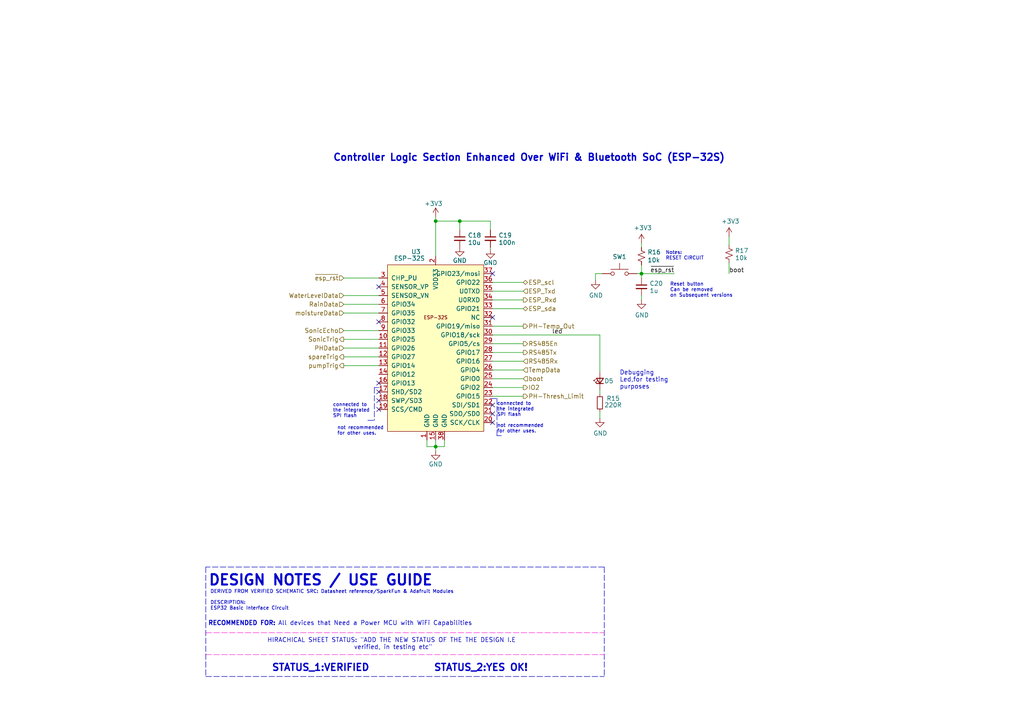
<source format=kicad_sch>
(kicad_sch (version 20211123) (generator eeschema)
  (paper "A4")
  (title_block (title "MKULIMA IOT DEVICE") (date "2022-10-26") (rev "v01") (comment 1 "Checked By: ") (comment 2 "Designed By: ") (comment 3 "Project Lead: Peter Kirumba") (comment 4 "MKULIMA IOT DEVICE"))
  (lib_symbols
    (symbol "Device:C_Small" (pin_numbers hide) (pin_names (offset 0.254) hide)
      (property "Reference" "C" (at 0.254 1.778 0))
      (property "Value" "C_Small" (at 0.254 -2.032 0))
      (symbol "C_Small_0_1"
        (polyline (pts (xy -1.524 -0.508) (xy 1.524 -0.508)) (stroke (width 0.3302)))
        (polyline (pts (xy -1.524 0.508) (xy 1.524 0.508)) (stroke (width 0.3048)))
      )
      (symbol "C_Small_1_1"
        (pin passive line (at 0 2.54 270) (length 2.032) (name "~") (number "1"))
        (pin passive line (at 0 -2.54 90) (length 2.032) (name "~") (number "2"))
      )
    )
    (symbol "Device:LED_Small" (pin_numbers hide) (pin_names (offset 0.254) hide)
      (property "Reference" "D" (at -1.27 3.175 0))
      (property "Value" "LED_Small" (at -4.445 -2.54 0))
      (symbol "LED_Small_0_1"
        (polyline (pts (xy -0.762 -1.016) (xy -0.762 1.016)) (stroke (width 0.254)))
        (polyline (pts (xy 1.016 0) (xy -0.762 0)))
        (polyline (pts (xy 0.762 -1.016) (xy -0.762 0) (xy 0.762 1.016) (xy 0.762 -1.016)) (stroke (width 0.254)))
        (polyline (pts (xy 0 0.762) (xy -0.508 1.27) (xy -0.254 1.27) (xy -0.508 1.27) (xy -0.508 1.016)))
        (polyline (pts (xy 0.508 1.27) (xy 0 1.778) (xy 0.254 1.778) (xy 0 1.778) (xy 0 1.524)))
      )
      (symbol "LED_Small_1_1"
        (pin passive line (at -2.54 0 0) (length 1.778) (name "K") (number "1"))
        (pin passive line (at 2.54 0 180) (length 1.778) (name "A") (number "2"))
      )
    )
    (symbol "Device:R_Small" (pin_numbers hide) (pin_names (offset 0.254) hide)
      (property "Reference" "R" (at 0.762 0.508 0))
      (property "Value" "R_Small" (at 0.762 -1.016 0))
      (symbol "R_Small_0_1"
        (rectangle (start -0.762 1.778) (end 0.762 -1.778) (stroke (width 0.2032)))
      )
      (symbol "R_Small_1_1"
        (pin passive line (at 0 2.54 270) (length 0.762) (name "~") (number "1"))
        (pin passive line (at 0 -2.54 90) (length 0.762) (name "~") (number "2"))
      )
    )
    (symbol "Device:R_Small_US" (pin_numbers hide) (pin_names (offset 0.254) hide)
      (property "Reference" "R" (at 0.762 0.508 0))
      (property "Value" "R_Small_US" (at 0.762 -1.016 0))
      (symbol "R_Small_US_1_1"
        (polyline (pts (xy 0 0) (xy 1.016 -0.381) (xy 0 -0.762) (xy -1.016 -1.143) (xy 0 -1.524)))
        (polyline (pts (xy 0 1.524) (xy 1.016 1.143) (xy 0 0.762) (xy -1.016 0.381) (xy 0 0)))
        (pin passive line (at 0 2.54 270) (length 1.016) (name "~") (number "1"))
        (pin passive line (at 0 -2.54 90) (length 1.016) (name "~") (number "2"))
      )
    )
    (symbol "fridgeduino-rescue:+3V3-power" (power) (pin_names (offset 0))
      (property "Value" "+3V3-power" (at 0 3.556 0))
      (symbol "+3V3-power_0_1"
        (polyline (pts (xy -0.762 1.27) (xy 0 2.54)))
        (polyline (pts (xy 0 0) (xy 0 2.54)))
        (polyline (pts (xy 0 2.54) (xy 0.762 1.27)))
      )
      (symbol "+3V3-power_1_1"
        (pin power_in line (at 0 0 90) (length 0) hide (name "+3V3") (number "1"))
      )
    )
    (symbol "fridgeduino-rescue:GND-power" (power) (pin_names (offset 0))
      (property "Value" "GND-power" (at 0 -3.81 0))
      (symbol "GND-power_0_1"
        (polyline (pts (xy 0 0) (xy 0 -1.27) (xy 1.27 -1.27) (xy 0 -2.54) (xy -1.27 -1.27) (xy 0 -1.27)))
      )
      (symbol "GND-power_1_1"
        (pin power_in line (at 0 0 270) (length 0) hide (name "GND") (number "1"))
      )
    )
    (symbol "fridgeduino-rescue:R_Small_US-Device" (pin_numbers hide) (pin_names (offset 0.254) hide)
      (property "Reference" "R" (at 0.762 0.508 0))
      (property "Value" "R_Small_US-Device" (at 0.762 -1.016 0))
      (symbol "R_Small_US-Device_1_1"
        (polyline (pts (xy 0 0) (xy 1.016 -0.381) (xy 0 -0.762) (xy -1.016 -1.143) (xy 0 -1.524)))
        (polyline (pts (xy 0 1.524) (xy 1.016 1.143) (xy 0 0.762) (xy -1.016 0.381) (xy 0 0)))
        (pin passive line (at 0 2.54 270) (length 1.016) (name "~") (number "1"))
        (pin passive line (at 0 -2.54 90) (length 1.016) (name "~") (number "2"))
      )
    )
    (symbol "fridgeduino-rescue:SW_Push-Switch" (pin_numbers hide) (pin_names (offset 1.016) hide)
      (property "Reference" "SW" (at 1.27 2.54 0))
      (property "Value" "SW_Push-Switch" (at 0 -1.524 0))
      (symbol "SW_Push-Switch_0_1"
        (circle (center -2.032 0) (radius 0.508))
        (polyline (pts (xy 0 1.27) (xy 0 3.048)))
        (polyline (pts (xy 2.54 1.27) (xy -2.54 1.27)))
        (circle (center 2.032 0) (radius 0.508))
        (pin passive line (at -5.08 0 0) (length 2.54) (name "1") (number "1"))
        (pin passive line (at 5.08 0 180) (length 2.54) (name "2") (number "2"))
      )
    )
    (symbol "power:+3V3" (power) (pin_names (offset 0))
      (property "Value" "+3V3" (at 0 3.556 0))
      (symbol "+3V3_0_1"
        (polyline (pts (xy -0.762 1.27) (xy 0 2.54)))
        (polyline (pts (xy 0 0) (xy 0 2.54)))
        (polyline (pts (xy 0 2.54) (xy 0.762 1.27)))
      )
      (symbol "+3V3_1_1"
        (pin power_in line (at 0 0 90) (length 0) hide (name "+3V3") (number "1"))
      )
    )
    (symbol "power:GND" (power) (pin_names (offset 0))
      (property "Value" "GND" (at 0 -3.81 0))
      (symbol "GND_0_1"
        (polyline (pts (xy 0 0) (xy 0 -1.27) (xy 1.27 -1.27) (xy 0 -2.54) (xy -1.27 -1.27) (xy 0 -1.27)))
      )
      (symbol "GND_1_1"
        (pin power_in line (at 0 0 270) (length 0) hide (name "GND") (number "1"))
      )
    )
    (symbol "usb_evda_hubX_v06-rescue:ESP-32S-GCL_Integrated-Circuits" (pin_names (offset 1.016))
      (property "Reference" "U" (at -10.16 16.51 0))
      (property "Value" "ESP-32S-GCL_Integrated-Circuits" (at -10.16 19.05 0))
      (symbol "ESP-32S-GCL_Integrated-Circuits_0_0"
        (text "ESP-32S" (at 0 0 0) (effects (font (size 0.9906 0.9906))))
      )
      (symbol "ESP-32S-GCL_Integrated-Circuits_0_1"
        (rectangle (start -13.97 15.24) (end 13.97 -33.02) (fill (type background)))
      )
      (symbol "ESP-32S-GCL_Integrated-Circuits_1_1"
        (pin input line (at -2.54 -35.56 90) (length 2.54) (name "GND") (number "1"))
        (pin input line (at -16.51 -6.35 0) (length 2.54) (name "GPIO25") (number "10"))
        (pin input line (at -16.51 -8.89 0) (length 2.54) (name "GPIO26") (number "11"))
        (pin input line (at -16.51 -11.43 0) (length 2.54) (name "GPIO27") (number "12"))
        (pin input line (at -16.51 -13.97 0) (length 2.54) (name "GPIO14") (number "13"))
        (pin input line (at -16.51 -16.51 0) (length 2.54) (name "GPIO12") (number "14"))
        (pin input line (at 0 -35.56 90) (length 2.54) (name "GND") (number "15"))
        (pin input line (at -16.51 -19.05 0) (length 2.54) (name "GPIO13") (number "16"))
        (pin input line (at -16.51 -21.59 0) (length 2.54) (name "SHD/SD2") (number "17"))
        (pin input line (at -16.51 -24.13 0) (length 2.54) (name "SWP/SD3") (number "18"))
        (pin input line (at -16.51 -26.67 0) (length 2.54) (name "SCS/CMD") (number "19"))
        (pin input line (at 0 17.78 270) (length 2.54) (name "VDD33") (number "2"))
        (pin input line (at 16.51 -30.48 180) (length 2.54) (name "SCK/CLK") (number "20"))
        (pin input line (at 16.51 -27.94 180) (length 2.54) (name "SDO/SD0") (number "21"))
        (pin input line (at 16.51 -25.4 180) (length 2.54) (name "SDI/SD1") (number "22"))
        (pin input line (at 16.51 -22.86 180) (length 2.54) (name "GPIO15") (number "23"))
        (pin input line (at 16.51 -20.32 180) (length 2.54) (name "GPIO2") (number "24"))
        (pin input line (at 16.51 -17.78 180) (length 2.54) (name "GPIO0") (number "25"))
        (pin input line (at 16.51 -15.24 180) (length 2.54) (name "GPIO4") (number "26"))
        (pin input line (at 16.51 -12.7 180) (length 2.54) (name "GPIO16") (number "27"))
        (pin input line (at 16.51 -10.16 180) (length 2.54) (name "GPIO17") (number "28"))
        (pin input line (at 16.51 -7.62 180) (length 2.54) (name "GPIO5/cs") (number "29"))
        (pin input line (at -16.51 11.43 0) (length 2.54) (name "CHP_PU") (number "3"))
        (pin input line (at 16.51 -5.08 180) (length 2.54) (name "GPIO18/sck") (number "30"))
        (pin input line (at 16.51 -2.54 180) (length 2.54) (name "GPIO19/miso") (number "31"))
        (pin input line (at 16.51 0 180) (length 2.54) (name "NC") (number "32"))
        (pin input line (at 16.51 2.54 180) (length 2.54) (name "GPIO21") (number "33"))
        (pin input line (at 16.51 5.08 180) (length 2.54) (name "U0RXD") (number "34"))
        (pin input line (at 16.51 7.62 180) (length 2.54) (name "U0TXD") (number "35"))
        (pin input line (at 16.51 10.16 180) (length 2.54) (name "GPIO22") (number "36"))
        (pin input line (at 16.51 12.7 180) (length 2.54) (name "GPIO23/mosi") (number "37"))
        (pin input line (at 2.54 -35.56 90) (length 2.54) (name "GND") (number "38"))
        (pin input line (at 2.54 -35.56 90) (length 2.54) hide (name "GND") (number "39"))
        (pin input line (at -16.51 8.89 0) (length 2.54) (name "SENSOR_VP") (number "4"))
        (pin input line (at -16.51 6.35 0) (length 2.54) (name "SENSOR_VN") (number "5"))
        (pin input line (at -16.51 3.81 0) (length 2.54) (name "GPIO34") (number "6"))
        (pin input line (at -16.51 1.27 0) (length 2.54) (name "GPIO35") (number "7"))
        (pin input line (at -16.51 -1.27 0) (length 2.54) (name "GPIO32") (number "8"))
        (pin input line (at -16.51 -3.81 0) (length 2.54) (name "GPIO33") (number "9"))
      )
    )
  )
  (junction (at 186.055 79.375))
  (junction (at 133.35 64.135))
  (junction (at 126.365 129.54))
  (junction (at 126.365 64.135))
  (no_connect (at 142.875 79.375))
  (no_connect (at 109.855 111.125))
  (no_connect (at 109.855 118.745))
  (no_connect (at 109.855 93.345))
  (no_connect (at 142.875 122.555))
  (no_connect (at 142.875 120.015))
  (no_connect (at 109.855 83.185))
  (no_connect (at 109.855 113.665))
  (no_connect (at 142.875 117.475))
  (no_connect (at 142.875 92.075))
  (no_connect (at 109.855 116.205))
  (wire (pts (xy 126.365 129.54) (xy 126.365 130.81)))
  (wire (pts (xy 142.875 112.395) (xy 151.765 112.395)))
  (wire (pts (xy 142.875 97.155) (xy 173.99 97.155)))
  (wire (pts (xy 133.35 64.135) (xy 142.24 64.135)))
  (wire (pts (xy 126.365 127.635) (xy 126.365 129.54)))
  (wire (pts (xy 142.875 86.995) (xy 151.765 86.995)))
  (wire (pts (xy 142.875 99.695) (xy 151.765 99.695)))
  (wire (pts (xy 142.875 102.235) (xy 151.765 102.235)))
  (wire (pts (xy 211.455 68.58) (xy 211.455 71.12)))
  (polyline (pts (xy 106.68 121.92) (xy 108.585 121.92)))
  (wire (pts (xy 99.695 95.885) (xy 109.855 95.885)))
  (polyline (pts (xy 59.69 164.465) (xy 59.69 196.215)))
  (wire (pts (xy 99.695 106.045) (xy 109.855 106.045)))
  (wire (pts (xy 99.695 90.805) (xy 109.855 90.805)))
  (wire (pts (xy 184.785 79.375) (xy 186.055 79.375)))
  (polyline (pts (xy 144.145 126.365) (xy 145.415 126.365)))
  (wire (pts (xy 173.99 119.38) (xy 173.99 121.285)))
  (wire (pts (xy 142.875 81.915) (xy 151.765 81.915)))
  (wire (pts (xy 123.825 129.54) (xy 126.365 129.54)))
  (wire (pts (xy 142.875 114.935) (xy 151.765 114.935)))
  (polyline (pts (xy 59.69 189.865) (xy 175.26 189.865)) (stroke (width 0) (color 255 42 214 1)))
  (wire (pts (xy 186.055 71.755) (xy 186.055 70.485)))
  (polyline (pts (xy 144.145 115.57) (xy 144.145 126.365)))
  (wire (pts (xy 142.875 109.855) (xy 151.765 109.855)))
  (wire (pts (xy 128.905 127.635) (xy 128.905 129.54)))
  (polyline (pts (xy 59.69 196.215) (xy 175.26 196.215)))
  (wire (pts (xy 172.72 79.375) (xy 172.72 81.28)))
  (wire (pts (xy 142.24 64.135) (xy 142.24 66.675)))
  (wire (pts (xy 186.055 80.645) (xy 186.055 79.375)))
  (wire (pts (xy 211.455 76.2) (xy 211.455 79.375)))
  (polyline (pts (xy 175.26 164.465) (xy 59.69 164.465)))
  (wire (pts (xy 186.055 86.995) (xy 186.055 85.725)))
  (wire (pts (xy 99.695 100.965) (xy 109.855 100.965)))
  (wire (pts (xy 142.875 107.315) (xy 151.765 107.315)))
  (wire (pts (xy 99.695 85.725) (xy 109.855 85.725)))
  (wire (pts (xy 126.365 129.54) (xy 128.905 129.54)))
  (polyline (pts (xy 109.855 112.395) (xy 108.585 112.395)))
  (wire (pts (xy 126.365 74.295) (xy 126.365 64.135)))
  (wire (pts (xy 186.055 79.375) (xy 195.58 79.375)))
  (wire (pts (xy 99.695 103.505) (xy 109.855 103.505)))
  (wire (pts (xy 133.35 64.135) (xy 133.35 66.675)))
  (wire (pts (xy 142.875 84.455) (xy 151.765 84.455)))
  (wire (pts (xy 99.695 88.265) (xy 109.855 88.265)))
  (wire (pts (xy 142.875 94.615) (xy 151.765 94.615)))
  (wire (pts (xy 174.625 79.375) (xy 172.72 79.375)))
  (wire (pts (xy 126.365 64.135) (xy 133.35 64.135)))
  (wire (pts (xy 126.365 64.135) (xy 126.365 62.865)))
  (wire (pts (xy 142.875 104.775) (xy 151.765 104.775)))
  (wire (pts (xy 123.825 127.635) (xy 123.825 129.54)))
  (wire (pts (xy 186.055 76.835) (xy 186.055 79.375)))
  (polyline (pts (xy 59.69 183.515) (xy 175.26 183.515)) (stroke (width 0) (color 255 42 214 1)))
  (wire (pts (xy 99.695 98.425) (xy 109.855 98.425)))
  (wire (pts (xy 173.99 97.155) (xy 173.99 107.95)))
  (wire (pts (xy 109.855 80.645) (xy 99.695 80.645)))
  (polyline (pts (xy 142.24 115.57) (xy 144.145 115.57)))
  (polyline (pts (xy 108.585 112.395) (xy 108.585 121.92)))
  (wire (pts (xy 173.99 113.03) (xy 173.99 114.3)))
  (wire (pts (xy 142.875 89.535) (xy 151.765 89.535)))
  (polyline (pts (xy 175.26 164.465) (xy 175.26 196.215)))
  (wire (pts (xy 142.24 71.755) (xy 142.24 72.39)))
  (text "STATUS_2:YES OK!" (at 125.73 194.945 0) (effects (font (size 2 2) (thickness 0.4) bold) (justify left bottom)))
  (text "STATUS_1:VERIFIED" (at 78.74 194.945 0) (effects (font (size 2 2) (thickness 0.4) bold) (justify left bottom)))
  (text "Debugging \nLed,for testing \npurposes" (at 179.705 113.03 0) (effects (font (size 1.27 1.27)) (justify left bottom)))
  (text "Reset button \nCan be removed \non Subsequent versions" (at 194.31 86.36 0) (effects (font (size 1 1)) (justify left bottom)))
  (text "DERIVED FROM VERIFIED SCHEMATIC SRC: Datasheet reference/SparkFun & Adafruit Modules \n\nDESCRIPTION:\nESP32 Basic Interface Circuit\n\n\n" (at 60.96 180.34 0) (effects (font (size 1 1)) (justify left bottom)))
  (text "not recommended \nfor other uses.\n" (at 97.79 126.365 0) (effects (font (size 0.9906 0.9906)) (justify left bottom)))
  (text "DESIGN NOTES / USE GUIDE" (at 60.325 170.18 0) (effects (font (size 3 3) (thickness 0.6) bold) (justify left bottom)))
  (text "HIRACHICAL SHEET STATUS: \"ADD THE NEW STATUS OF THE THE DESIGN I.E\n                          verified, in testing etc\"" (at 77.47 188.595 0) (effects (font (size 1.27 1.27)) (justify left bottom)))
  (text "Controller Logic Section Enhanced Over WiFi & Bluetooth SoC (ESP-32S)" (at 96.52 46.99 0) (effects (font (size 2 2) bold) (justify left bottom)))
  (text "connected to \nthe integrated\nSPI flash" (at 96.52 121.285 0) (effects (font (size 0.9906 0.9906)) (justify left bottom)))
  (text "All devices that Need a Power MCU with WiFi Capabilities " (at 80.645 181.61 0) (effects (font (size 1.27 1.27)) (justify left bottom)))
  (text "connected to \nthe integrated \nSPI flash \n\nnot recommended \nfor other uses." (at 144.145 125.73 0) (effects (font (size 0.9906 0.9906)) (justify left bottom)))
  (text "Notes:\nRESET CIRCUIT" (at 193.04 75.565 0) (effects (font (size 0.9906 0.9906)) (justify left bottom)))
  (text "RECOMMENDED FOR: " (at 60.325 181.61 0) (effects (font (size 1.27 1.27) (thickness 0.254) bold) (justify left bottom)))
  (label "~{esp_rst}" (at 195.58 79.375 180))
  (label "led" (at 163.195 97.155 180))
  (label "boot" (at 211.455 79.375 0))
  (hierarchical_label "pumpTrig" (shape output) (at 99.695 106.045 180))
  (hierarchical_label "RS485En" (shape output) (at 151.765 99.695 0))
  (hierarchical_label "~{esp_rst}" (shape input) (at 99.695 80.645 180))
  (hierarchical_label "SonicTrig" (shape output) (at 99.695 98.425 180))
  (hierarchical_label "ESP_scl" (shape bidirectional) (at 151.765 81.915 0))
  (hierarchical_label "ESP_Txd" (shape input) (at 151.765 84.455 0))
  (hierarchical_label "spareTrig" (shape output) (at 99.695 103.505 180))
  (hierarchical_label "SonicEcho" (shape input) (at 99.695 95.885 180))
  (hierarchical_label "PHData" (shape input) (at 99.695 100.965 180))
  (hierarchical_label "TempData" (shape input) (at 151.765 107.315 0))
  (hierarchical_label "RainData" (shape input) (at 99.695 88.265 180))
  (hierarchical_label "ESP_Rxd" (shape output) (at 151.765 86.995 0))
  (hierarchical_label "boot" (shape input) (at 151.765 109.855 0))
  (hierarchical_label "RS485Tx" (shape output) (at 151.765 102.235 0))
  (hierarchical_label "RS485Rx" (shape input) (at 151.765 104.775 0))
  (hierarchical_label "moistureData" (shape input) (at 99.695 90.805 180))
  (hierarchical_label "PH-Temp_Out" (shape output) (at 151.765 94.615 0))
  (hierarchical_label "ESP_sda" (shape bidirectional) (at 151.765 89.535 0))
  (hierarchical_label "WaterLevelData" (shape input) (at 99.695 85.725 180))
  (hierarchical_label "IO2" (shape output) (at 151.765 112.395 0))
  (hierarchical_label "PH-Thresh_Limit" (shape output) (at 151.765 114.935 0))
  (symbol (lib_id "fridgeduino-rescue:R_Small_US-Device") (at 186.055 74.295 0) (unit 1)
    (property "Reference" "R16" (at 187.7822 73.1266 0) (effects (justify left)))
    (property "Value" "10k" (at 187.7822 75.438 0) (effects (justify left)))
    (property "Footprint" "Resistor_SMD:R_0805_2012Metric" (effects hide))
  )
  (symbol (lib_id "power:GND") (at 173.99 121.285 0) (unit 1)
    (property "Reference" "#PWR031" (effects hide))
    (property "Value" "GND" (at 174.117 125.6792 0))
  )
  (symbol (lib_id "Device:R_Small") (at 173.99 116.84 0) (unit 1)
    (property "Reference" "R15" (at 175.895 115.57 0) (effects (justify left)))
    (property "Value" "220R" (at 175.26 117.475 0) (effects (justify left)))
    (property "Footprint" "Resistor_SMD:R_0805_2012Metric" (effects hide))
  )
  (symbol (lib_id "power:GND") (at 133.35 71.755 0) (unit 1)
    (property "Reference" "#PWR029" (effects hide))
    (property "Value" "GND" (at 133.35 75.565 0))
  )
  (symbol (lib_id "power:GND") (at 186.055 86.995 0) (unit 1)
    (property "Reference" "#PWR034" (effects hide))
    (property "Value" "GND" (at 186.182 91.3892 0))
  )
  (symbol (lib_id "Device:R_Small_US") (at 211.455 73.66 0) (unit 1)
    (property "Reference" "R17" (at 213.1822 72.6948 0) (effects (justify left)))
    (property "Value" "10k" (at 213.1822 74.803 0) (effects (justify left)))
    (property "Footprint" "Resistor_SMD:R_0805_2012Metric" (effects hide))
  )
  (symbol (lib_id "power:GND") (at 142.24 72.39 0) (unit 1)
    (property "Reference" "#PWR030" (effects hide))
    (property "Value" "GND" (at 142.24 76.2 0))
  )
  (symbol (lib_id "fridgeduino-rescue:GND-power") (at 172.72 81.28 0) (unit 1)
    (property "Reference" "#PWR032" (effects hide))
    (property "Value" "GND" (at 172.847 85.6742 0))
  )
  (symbol (lib_id "Device:LED_Small") (at 173.99 110.49 90) (unit 1)
    (property "Reference" "D5" (at 175.26 110.49 90) (effects (justify right)))
    (property "Value" "LED_Small" (effects hide))
    (property "Footprint" "LED_SMD:LED_0805_2012Metric" (effects hide))
  )
  (symbol (lib_id "power:GND") (at 126.365 130.81 0) (unit 1)
    (property "Reference" "#PWR028" (effects hide))
    (property "Value" "GND" (at 126.365 134.62 0))
  )
  (symbol (lib_id "fridgeduino-rescue:+3V3-power") (at 211.455 68.58 0) (unit 1)
    (property "Reference" "#PWR035" (effects hide))
    (property "Value" "+3V3" (at 211.836 64.1858 0))
  )
  (symbol (lib_id "fridgeduino-rescue:SW_Push-Switch") (at 179.705 79.375 0) (unit 1)
    (property "Reference" "SW1" (at 179.705 74.4728 0))
    (property "Value" "SW_Push" (effects hide))
    (property "Footprint" "greencharge-footprints:SKRPACE010" (effects hide))
  )
  (symbol (lib_id "Device:C_Small") (at 142.24 69.215 0) (unit 1)
    (property "Reference" "C19" (at 144.5768 68.2498 0) (effects (justify left)))
    (property "Value" "100n" (at 144.5768 70.358 0) (effects (justify left)))
    (property "Footprint" "Capacitor_SMD:C_0805_2012Metric" (effects hide))
  )
  (symbol (lib_id "usb_evda_hubX_v06-rescue:ESP-32S-GCL_Integrated-Circuits") (at 126.365 92.075 0) (unit 1)
    (property "Reference" "U3" (at 120.65 73.025 0))
    (property "Value" "ESP-32S" (at 118.745 74.93 0))
    (property "Footprint" "greencharge-footprints:ESP-32S" (effects hide))
  )
  (symbol (lib_id "Device:C_Small") (at 186.055 83.185 0) (unit 1)
    (property "Reference" "C20" (at 188.3918 82.2198 0) (effects (justify left)))
    (property "Value" "1u" (at 188.3918 84.328 0) (effects (justify left)))
    (property "Footprint" "Capacitor_SMD:C_0805_2012Metric" (effects hide))
  )
  (symbol (lib_id "fridgeduino-rescue:+3V3-power") (at 186.055 70.485 0) (unit 1)
    (property "Reference" "#PWR033" (effects hide))
    (property "Value" "+3V3" (at 186.436 66.0908 0))
  )
  (symbol (lib_id "power:+3V3") (at 126.365 62.865 0) (unit 1)
    (property "Reference" "#PWR027" (effects hide))
    (property "Value" "+3V3" (at 125.73 59.055 0))
  )
  (symbol (lib_id "Device:C_Small") (at 133.35 69.215 0) (unit 1)
    (property "Reference" "C18" (at 135.6868 68.2498 0) (effects (justify left)))
    (property "Value" "10u" (at 135.6868 70.358 0) (effects (justify left)))
    (property "Footprint" "Capacitor_SMD:C_0805_2012Metric" (effects hide))
  )
)
</source>
